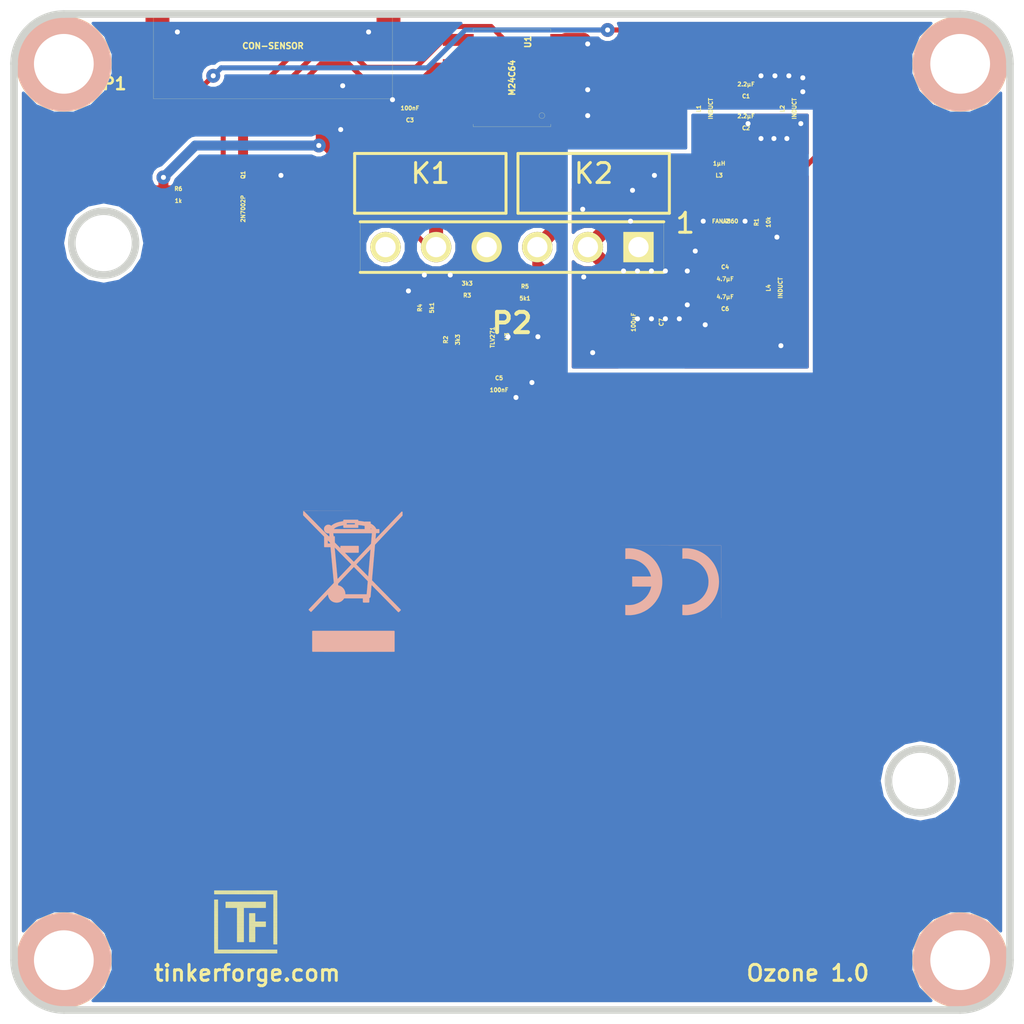
<source format=kicad_pcb>
(kicad_pcb (version 4) (host pcbnew "(2015-03-18 BZR 5525)-product")
  (title_block (title "Dust Detector Bricklet") (date "Mo 13 Apr 2015") (rev 1.0) (company "Tinkerforfge GmbH") (comment 1 "Licensed under CERN OHL v.1.1") (comment 2 "Copyright (©) 2015, B.Nordmeyer <bastian@tinkerforge.com>"))
  (layers (0 F.Cu signal) (31 B.Cu signal) (34 B.Paste user) (35 F.Paste user) (36 B.SilkS user) (37 F.SilkS user) (38 B.Mask user) (39 F.Mask user) (44 Edge.Cuts user))
  (net 0 "")
  (net 1 +5V)
  (net 2 3V3)
  (net 3 EN)
  (net 4 GND)
  (net 5 "Net-(P1-Pad4)")
  (net 6 "Net-(P1-Pad5)")
  (net 7 "Net-(P1-Pad6)")
  (net 8 "Net-(P1-Pad7)")
  (net 9 "Net-(R2-Pad1)")
  (net 10 "Net-(K1-Pad2)")
  (net 11 "Net-(K2-Pad3)")
  (net 12 "Net-(P1-Pad8)")
  (net 13 "Net-(R3-Pad2)")
  (net 14 "Net-(C2-Pad1)")
  (net 15 AGND)
  (net 16 "Net-(C4-Pad1)")
  (net 17 "Net-(K1-Pad3)")
  (net 18 "Net-(L3-Pad2)")
  (module kicad-libraries:DRILL_NP (layer F.Cu) (at 121.4 65.6)
    (fp_text reference U6 hide)
    (fp_text value DRILL hide)
    (pad "" np_thru_hole circle (at 0 0) (size 2.99974 2.99974) (drill 2.99974) (layers *.Cu *.Mask F.SilkS) (clearance 0.89916))
  )
  (module kicad-libraries:0603 (layer F.Cu) (at 155.6 67)
    (fp_text reference C1 (at 0.05 0.225) (layer F.SilkS) (effects (font (size 0.2 0.2) (thickness 0.05))))
    (fp_text value 2.2µF (at 0.05 -0.375) (layer F.SilkS) (effects (font (size 0.2 0.2) (thickness 0.05))))
    (pad 1 smd rect (at -0.8001 0) (size 0.8001 0.8001) (layers F.Cu F.Paste F.Mask) (net 2 3V3))
    (pad 2 smd rect (at 0.8001 0) (size 0.8001 0.8001) (layers F.Cu F.Paste F.Mask) (net 4 GND))
  )
  (module kicad-libraries:0603 (layer F.Cu) (at 155.6 68.6)
    (fp_text reference C2 (at 0.05 0.225) (layer F.SilkS) (effects (font (size 0.2 0.2) (thickness 0.05))))
    (fp_text value 2.2µF (at 0.05 -0.375) (layer F.SilkS) (effects (font (size 0.2 0.2) (thickness 0.05))))
    (pad 1 smd rect (at -0.8001 0) (size 0.8001 0.8001) (layers F.Cu F.Paste F.Mask) (net 14 "Net-(C2-Pad1)"))
    (pad 2 smd rect (at 0.8001 0) (size 0.8001 0.8001) (layers F.Cu F.Paste F.Mask) (net 15 AGND))
  )
  (module kicad-libraries:0805 (layer F.Cu) (at 154.6 77.7)
    (fp_text reference C6 (at 0 0.2) (layer F.SilkS) (effects (font (size 0.2 0.2) (thickness 0.05))))
    (fp_text value 4.7µF (at 0 -0.4) (layer F.SilkS) (effects (font (size 0.2 0.2) (thickness 0.05))))
    (pad 1 smd rect (at -1.00076 0) (size 1.00076 1.24968) (layers F.Cu F.Paste F.Mask) (net 15 AGND) (clearance 0.14986))
    (pad 2 smd rect (at 1.00076 0) (size 1.00076 1.24968) (layers F.Cu F.Paste F.Mask) (net 1 +5V) (clearance 0.14986))
  )
  (module kicad-libraries:3528-21 (layer F.Cu) (at 150.9 78.6 90)
    (fp_text reference C7 (at 0.025 0.5 90) (layer F.SilkS) (effects (font (size 0.2 0.2) (thickness 0.05))))
    (fp_text value 100µF (at 0.025 -0.9 90) (layer F.SilkS) (effects (font (size 0.2 0.2) (thickness 0.05))))
    (pad 1 smd rect (at -1.40048 0 90) (size 1.59954 2.79908) (layers F.Cu F.Paste F.Mask) (net 1 +5V) (clearance 0.14986))
    (pad 2 smd rect (at 1.40048 0 90) (size 1.59954 2.79908) (layers F.Cu F.Paste F.Mask) (net 15 AGND) (clearance 0.14986))
  )
  (module kicad-libraries:9175-003 (layer F.Cu) (at 139.8 71.6 180)
    (fp_text reference K1 (at 0 0.5 180) (layer F.SilkS))
    (fp_text value CONN_3)
    (pad 2 smd rect (at -0.55 -0.725 180) (size 1 1.45) (layers F.Cu F.Paste F.Mask) (net 10 "Net-(K1-Pad2)"))
    (pad 2 smd rect (at 0.55 0.725 180) (size 1 1.45) (layers F.Cu F.Paste F.Mask) (net 10 "Net-(K1-Pad2)"))
    (pad 1 smd rect (at -3.05 -0.725 180) (size 1 1.45) (layers F.Cu F.Paste F.Mask) (net 4 GND))
    (pad 1 smd rect (at -1.95 0.74 180) (size 1 1.45) (layers F.Cu F.Paste F.Mask) (net 4 GND))
    (pad 3 smd rect (at 1.95 -0.725 180) (size 1 1.45) (layers F.Cu F.Paste F.Mask) (net 17 "Net-(K1-Pad3)"))
    (pad 3 smd rect (at 3.05 0.725 180) (size 1 1.45) (layers F.Cu F.Paste F.Mask) (net 17 "Net-(K1-Pad3)"))
  )
  (module kicad-libraries:9175-003 (layer F.Cu) (at 148 71.6 180)
    (fp_text reference K2 (at 0 0.5 180) (layer F.SilkS))
    (fp_text value CONN_3)
    (pad 2 smd rect (at -0.55 -0.725 180) (size 1 1.45) (layers F.Cu F.Paste F.Mask) (net 1 +5V))
    (pad 2 smd rect (at 0.55 0.725 180) (size 1 1.45) (layers F.Cu F.Paste F.Mask) (net 1 +5V))
    (pad 1 smd rect (at -3.05 -0.725 180) (size 1 1.45) (layers F.Cu F.Paste F.Mask) (net 15 AGND))
    (pad 1 smd rect (at -1.95 0.74 180) (size 1 1.45) (layers F.Cu F.Paste F.Mask) (net 15 AGND))
    (pad 3 smd rect (at 1.95 -0.725 180) (size 1 1.45) (layers F.Cu F.Paste F.Mask) (net 11 "Net-(K2-Pad3)"))
    (pad 3 smd rect (at 3.05 0.725 180) (size 1 1.45) (layers F.Cu F.Paste F.Mask) (net 11 "Net-(K2-Pad3)"))
  )
  (module kicad-libraries:0603 (layer F.Cu) (at 157.7 67.8 270)
    (fp_text reference L2 (at 0.05 0.225 270) (layer F.SilkS) (effects (font (size 0.2 0.2) (thickness 0.05))))
    (fp_text value INDUCT (at 0.05 -0.375 270) (layer F.SilkS) (effects (font (size 0.2 0.2) (thickness 0.05))))
    (pad 1 smd rect (at -0.8001 0 270) (size 0.8001 0.8001) (layers F.Cu F.Paste F.Mask) (net 4 GND))
    (pad 2 smd rect (at 0.8001 0 270) (size 0.8001 0.8001) (layers F.Cu F.Paste F.Mask) (net 15 AGND))
  )
  (module kicad-libraries:CON-SENSOR (layer F.Cu) (at 131.9 63.1 180)
    (fp_text reference P1 (at 7.9502 -3.50012 180) (layer F.SilkS) (effects (font (size 0.59944 0.59944) (thickness 0.12446))))
    (fp_text value CON-SENSOR (at 0 -1.6002 180) (layer F.SilkS) (effects (font (size 0.29972 0.29972) (thickness 0.07112))))
    (pad 1 smd rect (at -4.50088 -4.7752 180) (size 0.59944 1.5494) (layers F.Cu F.Paste F.Mask))
    (pad 2 smd rect (at -3.50012 -4.7752 180) (size 0.59944 1.5494) (layers F.Cu F.Paste F.Mask) (net 4 GND))
    (pad 3 smd rect (at -2.49936 -4.7752 180) (size 0.59944 1.5494) (layers F.Cu F.Paste F.Mask) (net 2 3V3))
    (pad 4 smd rect (at -1.50114 -4.7752 180) (size 0.59944 1.5494) (layers F.Cu F.Paste F.Mask) (net 5 "Net-(P1-Pad4)"))
    (pad 5 smd rect (at -0.50038 -4.7752 180) (size 0.59944 1.5494) (layers F.Cu F.Paste F.Mask) (net 6 "Net-(P1-Pad5)"))
    (pad 6 smd rect (at 0.50038 -4.7752 180) (size 0.59944 1.5494) (layers F.Cu F.Paste F.Mask) (net 7 "Net-(P1-Pad6)"))
    (pad 7 smd rect (at 1.50114 -4.7752 180) (size 0.59944 1.5494) (layers F.Cu F.Paste F.Mask) (net 8 "Net-(P1-Pad7)"))
    (pad 8 smd rect (at 2.49936 -4.7752 180) (size 0.59944 1.5494) (layers F.Cu F.Paste F.Mask) (net 12 "Net-(P1-Pad8)"))
    (pad 9 smd rect (at 3.50012 -4.7752 180) (size 0.59944 1.5494) (layers F.Cu F.Paste F.Mask) (net 3 EN))
    (pad 10 smd rect (at 4.50088 -4.7752 180) (size 0.59944 1.5494) (layers F.Cu F.Paste F.Mask))
    (pad EP smd rect (at -5.79882 -0.89916 180) (size 1.19888 1.80086) (layers F.Cu F.Paste F.Mask) (net 4 GND))
    (pad EP smd rect (at 5.79882 -0.89916 180) (size 1.19888 1.80086) (layers F.Cu F.Paste F.Mask) (net 4 GND))
  )
  (module kicad-libraries:pin_array_6x1 (layer F.Cu) (at 143.9 74.8 180)
    (fp_text reference P2 (at 0 -3.81 180) (layer F.SilkS) (effects (font (size 1.016 1.016) (thickness 0.2032))))
    (fp_text value CONN_6 hide)
    (pad 1 thru_hole rect (at -6.35 0 180) (size 1.524 1.524) (drill 1.016) (layers *.Cu *.Mask F.SilkS) (net 15 AGND))
    (pad 2 thru_hole circle (at -3.81 0 180) (size 1.524 1.524) (drill 1.016) (layers *.Cu *.Mask F.SilkS) (net 1 +5V))
    (pad 3 thru_hole circle (at -1.27 0 180) (size 1.524 1.524) (drill 1.016) (layers *.Cu *.Mask F.SilkS) (net 11 "Net-(K2-Pad3)"))
    (pad 4 thru_hole circle (at 1.27 0 180) (size 1.524 1.524) (drill 1.016) (layers *.Cu *.Mask F.SilkS) (net 4 GND))
    (pad 5 thru_hole circle (at 3.81 0 180) (size 1.524 1.524) (drill 1.016) (layers *.Cu *.Mask F.SilkS) (net 10 "Net-(K1-Pad2)"))
    (pad 6 thru_hole circle (at 6.35 0 180) (size 1.524 1.524) (drill 1.016) (layers *.Cu *.Mask F.SilkS))
  )
  (module kicad-libraries:SOT23GDS (layer F.Cu) (at 130.4 72.1 270)
    (fp_text reference Q1 (at -0.925 0 270) (layer F.SilkS) (effects (font (size 0.2 0.2) (thickness 0.05))))
    (fp_text value 2N7002P (at 0.775 0 270) (layer F.SilkS) (effects (font (size 0.2 0.2) (thickness 0.05))))
    (pad S smd rect (at -0.889 -1.016 270) (size 0.9144 0.9144) (layers F.Cu F.Paste F.Mask) (net 4 GND))
    (pad G smd rect (at 0.889 -1.016 270) (size 0.9144 0.9144) (layers F.Cu F.Paste F.Mask) (net 10 "Net-(K1-Pad2)"))
    (pad D smd rect (at 0 1.016 270) (size 0.9144 0.9144) (layers F.Cu F.Paste F.Mask) (net 12 "Net-(P1-Pad8)"))
  )
  (module kicad-libraries:0603 (layer F.Cu) (at 156.4 73.5 270)
    (fp_text reference R1 (at 0.05 0.225 270) (layer F.SilkS) (effects (font (size 0.2 0.2) (thickness 0.05))))
    (fp_text value 10k (at 0.05 -0.375 270) (layer F.SilkS) (effects (font (size 0.2 0.2) (thickness 0.05))))
    (pad 1 smd rect (at -0.8001 0 270) (size 0.8001 0.8001) (layers F.Cu F.Paste F.Mask) (net 3 EN))
    (pad 2 smd rect (at 0.8001 0 270) (size 0.8001 0.8001) (layers F.Cu F.Paste F.Mask) (net 15 AGND))
  )
  (module kicad-libraries:0603 (layer F.Cu) (at 140.8 79.4 270)
    (fp_text reference R2 (at 0.05 0.225 270) (layer F.SilkS) (effects (font (size 0.2 0.2) (thickness 0.05))))
    (fp_text value 3k3 (at 0.05 -0.375 270) (layer F.SilkS) (effects (font (size 0.2 0.2) (thickness 0.05))))
    (pad 1 smd rect (at -0.8001 0 270) (size 0.8001 0.8001) (layers F.Cu F.Paste F.Mask) (net 9 "Net-(R2-Pad1)"))
    (pad 2 smd rect (at 0.8001 0 270) (size 0.8001 0.8001) (layers F.Cu F.Paste F.Mask) (net 8 "Net-(P1-Pad7)"))
  )
  (module kicad-libraries:0603 (layer F.Cu) (at 141.6 77)
    (fp_text reference R3 (at 0.05 0.225) (layer F.SilkS) (effects (font (size 0.2 0.2) (thickness 0.05))))
    (fp_text value 3k3 (at 0.05 -0.375) (layer F.SilkS) (effects (font (size 0.2 0.2) (thickness 0.05))))
    (pad 1 smd rect (at -0.8001 0) (size 0.8001 0.8001) (layers F.Cu F.Paste F.Mask) (net 4 GND))
    (pad 2 smd rect (at 0.8001 0) (size 0.8001 0.8001) (layers F.Cu F.Paste F.Mask) (net 13 "Net-(R3-Pad2)"))
  )
  (module kicad-libraries:0603 (layer F.Cu) (at 139.5 77.8 270)
    (fp_text reference R4 (at 0.05 0.225 270) (layer F.SilkS) (effects (font (size 0.2 0.2) (thickness 0.05))))
    (fp_text value 5k1 (at 0.05 -0.375 270) (layer F.SilkS) (effects (font (size 0.2 0.2) (thickness 0.05))))
    (pad 1 smd rect (at -0.8001 0 270) (size 0.8001 0.8001) (layers F.Cu F.Paste F.Mask) (net 4 GND))
    (pad 2 smd rect (at 0.8001 0 270) (size 0.8001 0.8001) (layers F.Cu F.Paste F.Mask) (net 9 "Net-(R2-Pad1)"))
  )
  (module kicad-libraries:0603 (layer F.Cu) (at 144.6 77 180)
    (fp_text reference R5 (at 0.05 0.225 180) (layer F.SilkS) (effects (font (size 0.2 0.2) (thickness 0.05))))
    (fp_text value 5k1 (at 0.05 -0.375 180) (layer F.SilkS) (effects (font (size 0.2 0.2) (thickness 0.05))))
    (pad 1 smd rect (at -0.8001 0 180) (size 0.8001 0.8001) (layers F.Cu F.Paste F.Mask) (net 11 "Net-(K2-Pad3)"))
    (pad 2 smd rect (at 0.8001 0 180) (size 0.8001 0.8001) (layers F.Cu F.Paste F.Mask) (net 13 "Net-(R3-Pad2)"))
  )
  (module kicad-libraries:SOIC8 (layer F.Cu) (at 143.9 66.3 90)
    (fp_text reference U1 (at 1.8 0.8 90) (layer F.SilkS) (effects (font (size 0.29972 0.29972) (thickness 0.0762))))
    (fp_text value M24C64 (at 0 0 90) (layer F.SilkS) (effects (font (size 0.29972 0.29972) (thickness 0.0762))))
    (pad 1 smd rect (at -1.90246 2.69748 270) (size 0.59944 1.5494) (layers F.Cu F.Paste F.Mask) (net 4 GND))
    (pad 2 smd rect (at -0.63246 2.69748 270) (size 0.59944 1.5494) (layers F.Cu F.Paste F.Mask) (net 4 GND))
    (pad 3 smd rect (at 0.63246 2.69748 270) (size 0.59944 1.5494) (layers F.Cu F.Paste F.Mask) (net 7 "Net-(P1-Pad6)"))
    (pad 4 smd rect (at 1.90246 2.69748 270) (size 0.59944 1.5494) (layers F.Cu F.Paste F.Mask) (net 4 GND))
    (pad 5 smd rect (at 1.90246 -2.69748 90) (size 0.59944 1.5494) (layers F.Cu F.Paste F.Mask) (net 6 "Net-(P1-Pad5)"))
    (pad 6 smd rect (at 0.63246 -2.69748 90) (size 0.59944 1.5494) (layers F.Cu F.Paste F.Mask) (net 5 "Net-(P1-Pad4)"))
    (pad 7 smd rect (at -0.63246 -2.69748 90) (size 0.59944 1.5494) (layers F.Cu F.Paste F.Mask))
    (pad 8 smd rect (at -1.90246 -2.69748 90) (size 0.59944 1.5494) (layers F.Cu F.Paste F.Mask) (net 2 3V3))
  )
  (module kicad-libraries:UMLP_22 (layer F.Cu) (at 154.6 73.5 180)
    (fp_text reference U2 (at 0 0 180) (layer F.SilkS) (effects (font (size 0.2 0.2) (thickness 0.05))))
    (fp_text value FAN4860 (at 0 0 180) (layer F.SilkS) (effects (font (size 0.2 0.2) (thickness 0.05))))
    (pad 3 smd rect (at -0.65 -1.05 180) (size 0.25 0.8) (layers F.Cu F.Paste F.Mask) (net 16 "Net-(C4-Pad1)"))
    (pad 2 smd rect (at 0 -1.05 180) (size 0.25 0.8) (layers F.Cu F.Paste F.Mask) (net 16 "Net-(C4-Pad1)"))
    (pad 1 smd rect (at 0.65 -1.05 180) (size 0.25 0.8) (layers F.Cu F.Paste F.Mask) (net 15 AGND))
    (pad 4 smd rect (at -0.65 1.05 180) (size 0.25 0.8) (layers F.Cu F.Paste F.Mask) (net 3 EN))
    (pad 5 smd rect (at 0 1.05 180) (size 0.25 0.8) (layers F.Cu F.Paste F.Mask) (net 18 "Net-(L3-Pad2)"))
    (pad 6 smd rect (at 0.65 1.05 180) (size 0.25 0.8) (layers F.Cu F.Paste F.Mask) (net 14 "Net-(C2-Pad1)"))
    (pad EP smd rect (at 0 0 180) (size 1.45 0.8) (layers F.Cu F.Paste F.Mask) (net 15 AGND))
  )
  (module kicad-libraries:SOT23-5 (layer F.Cu) (at 143.3 79.3 90)
    (fp_text reference U3 (at 0 0.35052 90) (layer F.SilkS) (effects (font (size 0.2 0.2) (thickness 0.05))))
    (fp_text value TLV271 (at -0.03 -0.38 90) (layer F.SilkS) (effects (font (size 0.2 0.2) (thickness 0.05))))
    (pad 1 smd rect (at -0.94996 1.19888 90) (size 0.50038 0.8001) (layers F.Cu F.Paste F.Mask) (net 8 "Net-(P1-Pad7)") (clearance 0.14986))
    (pad 2 smd rect (at 0 1.19888 90) (size 0.50038 0.8001) (layers F.Cu F.Paste F.Mask) (net 4 GND) (clearance 0.14986))
    (pad 3 smd rect (at 0.94996 1.19888 90) (size 0.50038 0.8001) (layers F.Cu F.Paste F.Mask) (net 13 "Net-(R3-Pad2)") (clearance 0.14986))
    (pad 5 smd rect (at -0.94996 -1.19888 90) (size 0.50038 0.8001) (layers F.Cu F.Paste F.Mask) (net 2 3V3) (clearance 0.14986))
    (pad 4 smd rect (at 0.94996 -1.19888 90) (size 0.50038 0.8001) (layers F.Cu F.Paste F.Mask) (net 9 "Net-(R2-Pad1)") (clearance 0.14986))
  )
  (module kicad-libraries:DRILL_NP (layer F.Cu) (at 121.4 110.6)
    (fp_text reference U4 hide)
    (fp_text value DRILL hide)
    (pad "" np_thru_hole circle (at 0 0) (size 2.99974 2.99974) (drill 2.99974) (layers *.Cu *.Mask F.SilkS) (clearance 0.89916))
  )
  (module kicad-libraries:DRILL_NP (layer F.Cu) (at 166.4 65.6)
    (fp_text reference U5 hide)
    (fp_text value DRILL hide)
    (pad "" np_thru_hole circle (at 0 0) (size 2.99974 2.99974) (drill 2.99974) (layers *.Cu *.Mask F.SilkS) (clearance 0.89916))
  )
  (module kicad-libraries:DRILL_NP (layer F.Cu) (at 166.4 110.6)
    (fp_text reference U7 hide)
    (fp_text value DRILL hide)
    (pad "" np_thru_hole circle (at 0 0) (size 2.99974 2.99974) (drill 2.99974) (layers *.Cu *.Mask F.SilkS) (clearance 0.89916))
  )
  (module kicad-libraries:Logo_31x31 (layer F.Cu) (at 128.95 107.1)
    (fp_text reference G*** hide)
    (fp_text value Logo_31x31 hide)
  )
  (module kicad-libraries:WEEE_7mm_back (layer B.Cu) (at 135.9 91.6)
    (fp_text reference VAL hide)
    (fp_text value WEEE_7mm_back hide)
  )
  (module kicad-libraries:CE_5mm (layer B.Cu) (at 151.9 91.6 180)
    (fp_text reference VAL hide)
    (fp_text value CE_5mm hide)
  )
  (module kicad-libraries:Fiducial_Mark (layer F.Cu) (at 125.4 80.6)
    (fp_text reference Fiducial_Mark hide)
    (fp_text value VAL** hide)
    (pad 1 smd circle (at 0 0) (size 1.00076 1.00076) (layers F.Cu F.Mask) (clearance 0.65024))
  )
  (module kicad-libraries:Fiducial_Mark (layer F.Cu) (at 161.4 65.6)
    (fp_text reference Fiducial_Mark hide)
    (fp_text value VAL** hide)
    (pad 1 smd circle (at 0 0) (size 1.00076 1.00076) (layers F.Cu F.Mask) (clearance 0.65024))
  )
  (module kicad-libraries:0603 (layer F.Cu) (at 138.725 68.2)
    (fp_text reference C3 (at 0.05 0.225) (layer F.SilkS) (effects (font (size 0.2 0.2) (thickness 0.05))))
    (fp_text value 100nF (at 0.05 -0.375) (layer F.SilkS) (effects (font (size 0.2 0.2) (thickness 0.05))))
    (pad 1 smd rect (at -0.8001 0) (size 0.8001 0.8001) (layers F.Cu F.Paste F.Mask) (net 4 GND) (clearance 0.14986))
    (pad 2 smd rect (at 0.8001 0) (size 0.8001 0.8001) (layers F.Cu F.Paste F.Mask) (net 2 3V3) (clearance 0.14986))
  )
  (module kicad-libraries:0805 (layer F.Cu) (at 154.6 76 180)
    (fp_text reference C4 (at 0 0.2 180) (layer F.SilkS) (effects (font (size 0.2 0.2) (thickness 0.05))))
    (fp_text value 4.7µF (at 0 -0.4 180) (layer F.SilkS) (effects (font (size 0.2 0.2) (thickness 0.05))))
    (pad 1 smd rect (at -1.00076 0 180) (size 1.00076 1.24968) (layers F.Cu F.Paste F.Mask) (net 16 "Net-(C4-Pad1)"))
    (pad 2 smd rect (at 1.00076 0 180) (size 1.00076 1.24968) (layers F.Cu F.Paste F.Mask) (net 15 AGND))
  )
  (module kicad-libraries:0603 (layer F.Cu) (at 143.3 81.6 180)
    (fp_text reference C5 (at 0.05 0.225 180) (layer F.SilkS) (effects (font (size 0.2 0.2) (thickness 0.05))))
    (fp_text value 100nF (at 0.05 -0.375 180) (layer F.SilkS) (effects (font (size 0.2 0.2) (thickness 0.05))))
    (pad 1 smd rect (at -0.8001 0 180) (size 0.8001 0.8001) (layers F.Cu F.Paste F.Mask) (net 4 GND) (clearance 0.14986))
    (pad 2 smd rect (at 0.8001 0 180) (size 0.8001 0.8001) (layers F.Cu F.Paste F.Mask) (net 2 3V3) (clearance 0.14986))
  )
  (module kicad-libraries:0603 (layer F.Cu) (at 153.5 67.8 270)
    (fp_text reference L1 (at 0.05 0.225 270) (layer F.SilkS) (effects (font (size 0.2 0.2) (thickness 0.05))))
    (fp_text value INDUCT (at 0.05 -0.375 270) (layer F.SilkS) (effects (font (size 0.2 0.2) (thickness 0.05))))
    (pad 1 smd rect (at -0.8001 0 270) (size 0.8001 0.8001) (layers F.Cu F.Paste F.Mask) (net 2 3V3) (clearance 0.14986))
    (pad 2 smd rect (at 0.8001 0 270) (size 0.8001 0.8001) (layers F.Cu F.Paste F.Mask) (net 14 "Net-(C2-Pad1)") (clearance 0.14986))
  )
  (module kicad-libraries:0805 (layer F.Cu) (at 154.3 71)
    (fp_text reference L3 (at 0 0.2) (layer F.SilkS) (effects (font (size 0.2 0.2) (thickness 0.05))))
    (fp_text value 1µH (at 0 -0.4) (layer F.SilkS) (effects (font (size 0.2 0.2) (thickness 0.05))))
    (pad 1 smd rect (at -1.00076 0) (size 1.00076 1.24968) (layers F.Cu F.Paste F.Mask) (net 14 "Net-(C2-Pad1)") (clearance 0.14986))
    (pad 2 smd rect (at 1.00076 0) (size 1.00076 1.24968) (layers F.Cu F.Paste F.Mask) (net 18 "Net-(L3-Pad2)") (clearance 0.14986))
  )
  (module kicad-libraries:0603 (layer F.Cu) (at 157 76.8 270)
    (fp_text reference L4 (at 0.05 0.225 270) (layer F.SilkS) (effects (font (size 0.2 0.2) (thickness 0.05))))
    (fp_text value INDUCT (at 0.05 -0.375 270) (layer F.SilkS) (effects (font (size 0.2 0.2) (thickness 0.05))))
    (pad 1 smd rect (at -0.8001 0 270) (size 0.8001 0.8001) (layers F.Cu F.Paste F.Mask) (net 16 "Net-(C4-Pad1)"))
    (pad 2 smd rect (at 0.8001 0 270) (size 0.8001 0.8001) (layers F.Cu F.Paste F.Mask) (net 1 +5V))
  )
  (module kicad-libraries:0603 (layer F.Cu) (at 127.2 72.1 180)
    (fp_text reference R6 (at 0.05 0.225 180) (layer F.SilkS) (effects (font (size 0.2 0.2) (thickness 0.05))))
    (fp_text value 1k (at 0.05 -0.375 180) (layer F.SilkS) (effects (font (size 0.2 0.2) (thickness 0.05))))
    (pad 1 smd rect (at -0.8001 0 180) (size 0.8001 0.8001) (layers F.Cu F.Paste F.Mask) (net 12 "Net-(P1-Pad8)") (clearance 0.14986))
    (pad 2 smd rect (at 0.8001 0 180) (size 0.8001 0.8001) (layers F.Cu F.Paste F.Mask) (net 2 3V3) (clearance 0.14986))
  )
  (gr_circle (center 164.4 101.6) (end 166 101.6) (layer Edge.Cuts) (width 0.381))
  (gr_circle (center 123.4 74.6) (end 125 74.6) (layer Edge.Cuts) (width 0.381))
  (gr_text 1 (at 152.6 73.6) (layer F.SilkS) (effects (font (size 1 1))))
  (gr_line (start 166.4 113.1) (end 121.4 113.1) (angle 90) (layer Edge.Cuts) (width 0.381))
  (gr_line (start 168.9 65.6) (end 168.9 110.6) (angle 90) (layer Edge.Cuts) (width 0.381))
  (gr_line (start 118.9 110.6) (end 118.9 65.6) (angle 90) (layer Edge.Cuts) (width 0.381))
  (gr_line (start 118.9 65.55) (end 118.9 65.6) (angle 90) (layer Edge.Cuts) (width 0.381))
  (gr_line (start 166.4 63.1) (end 121.4 63.1) (angle 90) (layer Edge.Cuts) (width 0.381))
  (gr_arc (start 121.4 110.6) (end 121.4 113.1) (angle 90) (layer Edge.Cuts) (width 0.381))
  (gr_arc (start 121.4 65.6) (end 118.9 65.6) (angle 90) (layer Edge.Cuts) (width 0.381))
  (gr_arc (start 166.4 65.6) (end 166.4 63.1) (angle 90) (layer Edge.Cuts) (width 0.381))
  (gr_arc (start 166.4 110.6) (end 168.9 110.6) (angle 90) (layer Edge.Cuts) (width 0.381))
  (gr_text "Ozone 1.0" (at 158.75 111.25) (layer F.SilkS) (effects (font (size 0.8 0.8))))
  (gr_text tinkerforge.com (at 130.6 111.25) (layer F.SilkS) (effects (font (size 0.8 0.8))))
  (segment (start 147.45 71.225) (end 148.55 72.325) (width 0.7) (layer F.Cu) (net 1))
  (segment (start 147.45 70.875) (end 147.45 71.225) (width 0.254) (layer F.Cu) (net 1))
  (segment (start 148.55 73.96) (end 147.71 74.8) (width 0.7) (layer F.Cu) (net 1))
  (segment (start 148.55 72.325) (end 148.55 73.96) (width 0.7) (layer F.Cu) (net 1))
  (segment (start 154.19952 80.00048) (end 155.55076 78.64924) (width 0.7) (layer F.Cu) (net 1))
  (segment (start 155.55076 78.64924) (end 155.55076 77.65) (width 0.7) (layer F.Cu) (net 1))
  (segment (start 150.9 80.00048) (end 154.19952 80.00048) (width 0.7) (layer F.Cu) (net 1))
  (segment (start 155.65066 77.5501) (end 155.55076 77.65) (width 0.7) (layer F.Cu) (net 1))
  (segment (start 156.85 77.5501) (end 155.65066 77.5501) (width 0.7) (layer F.Cu) (net 1))
  (segment (start 148.5 78) (end 148.5 75.59) (width 0.7) (layer F.Cu) (net 1))
  (segment (start 148.5 75.59) (end 147.71 74.8) (width 0.7) (layer F.Cu) (net 1))
  (segment (start 150.50048 80.00048) (end 148.5 78) (width 0.7) (layer F.Cu) (net 1))
  (segment (start 150.9 80.00048) (end 150.50048 80.00048) (width 0.7) (layer F.Cu) (net 1))
  (segment (start 153.4501 66.95) (end 153.45 66.9499) (width 0.7) (layer F.Cu) (net 2))
  (segment (start 154.7499 66.95) (end 153.4501 66.95) (width 0.7) (layer F.Cu) (net 2))
  (segment (start 139.52756 68.20246) (end 139.5251 68.2) (width 0.7) (layer F.Cu) (net 2))
  (segment (start 141.20252 68.20246) (end 139.52756 68.20246) (width 0.7) (layer F.Cu) (net 2))
  (segment (start 134.9 69.9) (end 134.39936 69.39936) (width 0.7) (layer F.Cu) (net 2))
  (segment (start 135.6 69.9) (end 134.9 69.9) (width 0.7) (layer F.Cu) (net 2))
  (segment (start 136 69.5) (end 135.6 69.9) (width 0.7) (layer F.Cu) (net 2))
  (segment (start 138.9 69.5) (end 136 69.5) (width 0.7) (layer F.Cu) (net 2))
  (segment (start 134.39936 69.39936) (end 134.39936 67.8752) (width 0.7) (layer F.Cu) (net 2))
  (segment (start 147.8 69.5) (end 138.9 69.5) (width 0.7) (layer F.Cu) (net 2))
  (segment (start 150.3001 66.9999) (end 147.8 69.5) (width 0.7) (layer F.Cu) (net 2))
  (segment (start 153.5 66.9999) (end 150.3001 66.9999) (width 0.7) (layer F.Cu) (net 2))
  (segment (start 139.5251 68.8749) (end 138.9 69.5) (width 0.7) (layer F.Cu) (net 2))
  (segment (start 139.5251 68.2) (end 139.5251 68.8749) (width 0.7) (layer F.Cu) (net 2))
  (segment (start 126.4 72.0999) (end 126.3999 72.1) (width 0.254) (layer F.Cu) (net 2))
  (segment (start 134.39936 69.50064) (end 134.2 69.7) (width 0.254) (layer F.Cu) (net 2))
  (via (at 134.2 69.7) (size 0.7) (layers F.Cu B.Cu) (net 2))
  (segment (start 134.2 69.7) (end 128 69.7) (width 0.5) (layer B.Cu) (net 2))
  (segment (start 128 69.7) (end 126.4 71.3) (width 0.5) (layer B.Cu) (net 2))
  (via (at 126.4 71.3) (size 0.7) (layers F.Cu B.Cu) (net 2))
  (segment (start 126.4 71.3) (end 126.4 72.0999) (width 0.5) (layer F.Cu) (net 2))
  (segment (start 134.39936 69.39936) (end 134.39936 69.50064) (width 0.254) (layer F.Cu) (net 2))
  (segment (start 126.3999 77.6999) (end 126.3999 72.1) (width 0.5) (layer F.Cu) (net 2))
  (segment (start 141.1 83.25) (end 131.95 83.25) (width 0.5) (layer F.Cu) (net 2))
  (segment (start 131.95 83.25) (end 126.3999 77.6999) (width 0.5) (layer F.Cu) (net 2))
  (segment (start 142.4999 81.8501) (end 141.1 83.25) (width 0.5) (layer F.Cu) (net 2))
  (segment (start 142.4999 81.6) (end 142.4999 81.8501) (width 0.5) (layer F.Cu) (net 2))
  (segment (start 142.4999 80.64874) (end 142.10112 80.24996) (width 0.5) (layer F.Cu) (net 2))
  (segment (start 142.4999 81.6) (end 142.4999 80.64874) (width 0.5) (layer F.Cu) (net 2))
  (segment (start 156.1501 72.45) (end 156.4 72.6999) (width 0.254) (layer F.Cu) (net 3))
  (segment (start 155.25 72.45) (end 156.1501 72.45) (width 0.254) (layer F.Cu) (net 3))
  (segment (start 156.4 72.6999) (end 156.7001 72.6999) (width 0.254) (layer F.Cu) (net 3))
  (via (at 148.7 63.9) (size 0.7) (layers F.Cu B.Cu) (net 3))
  (segment (start 159.6 69.8) (end 156.7001 72.6999) (width 0.254) (layer F.Cu) (net 3))
  (segment (start 157.7 63.9) (end 148.7 63.9) (width 0.254) (layer F.Cu) (net 3))
  (segment (start 159.6 65.8) (end 157.7 63.9) (width 0.254) (layer F.Cu) (net 3))
  (segment (start 159.6 69.8) (end 159.6 65.8) (width 0.254) (layer F.Cu) (net 3))
  (segment (start 141.55 63.9) (end 139.65 65.8) (width 0.254) (layer B.Cu) (net 3))
  (segment (start 139.65 65.8) (end 129.3 65.8) (width 0.254) (layer B.Cu) (net 3))
  (segment (start 129.3 65.8) (end 128.9 66.2) (width 0.254) (layer B.Cu) (net 3))
  (via (at 128.9 66.2) (size 0.7) (layers F.Cu B.Cu) (net 3))
  (segment (start 128.9 66.2) (end 128.39988 66.70012) (width 0.254) (layer F.Cu) (net 3))
  (segment (start 128.39988 66.70012) (end 128.39988 67.8752) (width 0.254) (layer F.Cu) (net 3))
  (segment (start 148.7 63.9) (end 141.55 63.9) (width 0.254) (layer B.Cu) (net 3))
  (segment (start 138.7001 76.9999) (end 138.7 77) (width 0.7) (layer F.Cu) (net 4))
  (via (at 138.7 77) (size 0.7) (layers F.Cu B.Cu) (net 4))
  (segment (start 139.5 76.9999) (end 138.7001 76.9999) (width 0.7) (layer F.Cu) (net 4))
  (segment (start 140.7999 76.2001) (end 140.8 76.2) (width 0.7) (layer F.Cu) (net 4))
  (via (at 140.8 76.2) (size 0.7) (layers F.Cu B.Cu) (net 4))
  (segment (start 140.7999 77) (end 140.7999 76.2001) (width 0.7) (layer F.Cu) (net 4))
  (via (at 143.7 79.3) (size 0.7) (layers F.Cu B.Cu) (net 4))
  (segment (start 144.49888 79.3) (end 143.7 79.3) (width 0.7) (layer F.Cu) (net 4))
  (via (at 145.2 79.3) (size 0.7) (layers F.Cu B.Cu) (net 4))
  (segment (start 144.49888 79.3) (end 145.2 79.3) (width 0.7) (layer F.Cu) (net 4))
  (via (at 144.9 81.6) (size 0.7) (layers F.Cu B.Cu) (net 4))
  (segment (start 144.1001 81.6) (end 144.9 81.6) (width 0.7) (layer F.Cu) (net 4))
  (segment (start 141.75 71.225) (end 142.85 72.325) (width 0.7) (layer F.Cu) (net 4))
  (segment (start 141.75 70.86) (end 141.75 71.225) (width 0.254) (layer F.Cu) (net 4))
  (segment (start 142.63 72.545) (end 142.85 72.325) (width 0.254) (layer F.Cu) (net 4))
  (segment (start 142.63 74.8) (end 142.63 72.545) (width 0.7) (layer F.Cu) (net 4))
  (segment (start 157.6499 66.95) (end 157.65 66.9499) (width 0.7) (layer F.Cu) (net 4))
  (segment (start 157.1 66.95) (end 157.6499 66.95) (width 0.7) (layer F.Cu) (net 4))
  (segment (start 156.3501 66.95) (end 157.1 66.95) (width 0.7) (layer F.Cu) (net 4))
  (segment (start 156.4001 66.2001) (end 156.4 66.2) (width 0.7) (layer F.Cu) (net 4))
  (via (at 156.4 66.2) (size 0.7) (layers F.Cu B.Cu) (net 4))
  (segment (start 156.4001 67) (end 156.4001 66.2001) (width 0.7) (layer F.Cu) (net 4))
  (via (at 157.1 66.2) (size 0.7) (layers F.Cu B.Cu) (net 4))
  (segment (start 157.1 66.95) (end 157.1 66.2) (width 0.7) (layer F.Cu) (net 4))
  (segment (start 157.7 66.3) (end 157.8 66.2) (width 0.7) (layer F.Cu) (net 4))
  (via (at 157.8 66.2) (size 0.7) (layers F.Cu B.Cu) (net 4))
  (segment (start 157.7 66.9999) (end 157.7 66.3) (width 0.7) (layer F.Cu) (net 4))
  (segment (start 158.4999 66.9999) (end 158.5 67) (width 0.7) (layer F.Cu) (net 4))
  (via (at 158.5 67) (size 0.7) (layers F.Cu B.Cu) (net 4))
  (segment (start 157.7 66.9999) (end 158.4999 66.9999) (width 0.7) (layer F.Cu) (net 4))
  (via (at 158.5 66.3) (size 0.7) (layers F.Cu B.Cu) (net 4))
  (segment (start 157.8001 66.9999) (end 158.5 66.3) (width 0.7) (layer F.Cu) (net 4))
  (segment (start 157.7 66.9999) (end 157.8001 66.9999) (width 0.7) (layer F.Cu) (net 4))
  (segment (start 132.289 71.211) (end 132.3 71.2) (width 0.7) (layer F.Cu) (net 4))
  (via (at 132.3 71.2) (size 0.7) (layers F.Cu B.Cu) (net 4))
  (segment (start 131.416 71.211) (end 132.289 71.211) (width 0.7) (layer F.Cu) (net 4))
  (segment (start 137.9249 67.4249) (end 137.9 67.4) (width 0.7) (layer F.Cu) (net 4))
  (via (at 137.9 67.4) (size 0.7) (layers F.Cu B.Cu) (net 4))
  (segment (start 137.9249 68.2) (end 137.9249 67.4249) (width 0.7) (layer F.Cu) (net 4))
  (segment (start 127.09916 63.99916) (end 127.1 64) (width 0.254) (layer F.Cu) (net 4))
  (via (at 127.1 64) (size 0.7) (layers F.Cu B.Cu) (net 4))
  (segment (start 126.10118 63.99916) (end 127.09916 63.99916) (width 0.254) (layer F.Cu) (net 4))
  (segment (start 135.40012 66.70012) (end 135.4 66.7) (width 0.7) (layer F.Cu) (net 4))
  (via (at 135.4 66.7) (size 0.7) (layers F.Cu B.Cu) (net 4))
  (segment (start 135.40012 67.8752) (end 135.40012 66.70012) (width 0.7) (layer F.Cu) (net 4))
  (segment (start 135.40012 68.79988) (end 135.3 68.9) (width 0.7) (layer F.Cu) (net 4))
  (via (at 135.3 68.9) (size 0.7) (layers F.Cu B.Cu) (net 4))
  (segment (start 135.40012 67.8752) (end 135.40012 68.79988) (width 0.7) (layer F.Cu) (net 4))
  (segment (start 147.69754 68.20246) (end 147.7 68.2) (width 0.7) (layer F.Cu) (net 4))
  (via (at 147.7 68.2) (size 0.7) (layers F.Cu B.Cu) (net 4))
  (segment (start 146.59748 68.20246) (end 147.69754 68.20246) (width 0.7) (layer F.Cu) (net 4))
  (segment (start 147.66754 66.93246) (end 147.7 66.9) (width 0.7) (layer F.Cu) (net 4))
  (via (at 147.7 66.9) (size 0.7) (layers F.Cu B.Cu) (net 4))
  (segment (start 146.59748 66.93246) (end 147.66754 66.93246) (width 0.7) (layer F.Cu) (net 4))
  (segment (start 147.49754 64.39754) (end 147.7 64.6) (width 0.7) (layer F.Cu) (net 4))
  (via (at 147.7 64.6) (size 0.7) (layers F.Cu B.Cu) (net 4))
  (segment (start 146.59748 64.39754) (end 147.49754 64.39754) (width 0.7) (layer F.Cu) (net 4))
  (via (at 139.5 76.2) (size 0.7) (layers F.Cu B.Cu) (net 4))
  (segment (start 139.5 76.9999) (end 139.5 76.2) (width 0.5) (layer F.Cu) (net 4))
  (segment (start 144.1001 82.3499) (end 144.1 82.35) (width 0.5) (layer F.Cu) (net 4))
  (via (at 144.1 82.35) (size 0.7) (layers F.Cu B.Cu) (net 4))
  (segment (start 144.1001 81.6) (end 144.1001 82.3499) (width 0.5) (layer F.Cu) (net 4))
  (segment (start 136.70084 63.99916) (end 136.7 64) (width 0.254) (layer F.Cu) (net 4))
  (via (at 136.7 64) (size 0.7) (layers F.Cu B.Cu) (net 4))
  (segment (start 137.69882 63.99916) (end 136.70084 63.99916) (width 0.254) (layer F.Cu) (net 4))
  (segment (start 140.08246 65.66754) (end 139.475 66.275) (width 0.254) (layer F.Cu) (net 5))
  (segment (start 141.20252 65.66754) (end 140.08246 65.66754) (width 0.254) (layer F.Cu) (net 5))
  (segment (start 136.375 66.275) (end 135.7 65.6) (width 0.254) (layer F.Cu) (net 5))
  (segment (start 135.7 65.6) (end 134.3 65.6) (width 0.254) (layer F.Cu) (net 5))
  (segment (start 134.3 65.6) (end 133.40114 66.49886) (width 0.254) (layer F.Cu) (net 5))
  (segment (start 133.40114 66.49886) (end 133.40114 67.8752) (width 0.254) (layer F.Cu) (net 5))
  (segment (start 139.475 66.275) (end 136.375 66.275) (width 0.254) (layer F.Cu) (net 5))
  (segment (start 140.45246 64.39754) (end 139.075 65.775) (width 0.254) (layer F.Cu) (net 6))
  (segment (start 132.40038 66.72462) (end 132.40038 67.8752) (width 0.254) (layer F.Cu) (net 6))
  (segment (start 141.20252 64.39754) (end 140.45246 64.39754) (width 0.254) (layer F.Cu) (net 6))
  (segment (start 136.575 65.775) (end 135.9 65.1) (width 0.254) (layer F.Cu) (net 6))
  (segment (start 135.9 65.1) (end 134.025 65.1) (width 0.254) (layer F.Cu) (net 6))
  (segment (start 134.025 65.1) (end 132.40038 66.72462) (width 0.254) (layer F.Cu) (net 6))
  (segment (start 139.075 65.775) (end 136.575 65.775) (width 0.254) (layer F.Cu) (net 6))
  (segment (start 138.525 65.25) (end 140.05 63.725) (width 0.254) (layer F.Cu) (net 7))
  (segment (start 140.05 63.725) (end 142.85 63.725) (width 0.254) (layer F.Cu) (net 7))
  (segment (start 142.85 63.725) (end 144.79254 65.66754) (width 0.254) (layer F.Cu) (net 7))
  (segment (start 144.79254 65.66754) (end 146.59748 65.66754) (width 0.254) (layer F.Cu) (net 7))
  (segment (start 131.39962 67.8752) (end 131.39962 66.60038) (width 0.254) (layer F.Cu) (net 7))
  (segment (start 136.85 65.25) (end 136.2 64.6) (width 0.254) (layer F.Cu) (net 7))
  (segment (start 136.2 64.6) (end 133.4 64.6) (width 0.254) (layer F.Cu) (net 7))
  (segment (start 133.4 64.6) (end 131.39962 66.60038) (width 0.254) (layer F.Cu) (net 7))
  (segment (start 138.525 65.25) (end 136.85 65.25) (width 0.254) (layer F.Cu) (net 7))
  (segment (start 143.44996 80.24996) (end 142.6 79.4) (width 0.5) (layer F.Cu) (net 8))
  (segment (start 142.6 79.4) (end 141.6001 79.4) (width 0.5) (layer F.Cu) (net 8))
  (segment (start 141.6001 79.4) (end 140.8 80.2001) (width 0.5) (layer F.Cu) (net 8))
  (segment (start 144.49888 80.24996) (end 143.44996 80.24996) (width 0.5) (layer F.Cu) (net 8))
  (segment (start 130.39886 74.09886) (end 130.39886 67.8752) (width 0.5) (layer F.Cu) (net 8))
  (segment (start 139.1001 80.2001) (end 134.95 76.05) (width 0.5) (layer F.Cu) (net 8))
  (segment (start 134.95 76.05) (end 132.35 76.05) (width 0.5) (layer F.Cu) (net 8))
  (segment (start 132.35 76.05) (end 130.39886 74.09886) (width 0.5) (layer F.Cu) (net 8))
  (segment (start 140.8 80.2001) (end 139.1001 80.2001) (width 0.5) (layer F.Cu) (net 8))
  (segment (start 140.7998 78.6001) (end 140.8 78.5999) (width 0.5) (layer F.Cu) (net 9))
  (segment (start 139.5 78.6001) (end 140.7998 78.6001) (width 0.5) (layer F.Cu) (net 9))
  (segment (start 141.2001 78.5999) (end 141.44996 78.35004) (width 0.5) (layer F.Cu) (net 9))
  (segment (start 141.44996 78.35004) (end 142.10112 78.35004) (width 0.5) (layer F.Cu) (net 9))
  (segment (start 140.8 78.5999) (end 141.2001 78.5999) (width 0.5) (layer F.Cu) (net 9))
  (segment (start 132.027 73.6) (end 131.416 72.989) (width 0.254) (layer F.Cu) (net 10))
  (segment (start 138.5 73.6) (end 132.027 73.6) (width 0.254) (layer F.Cu) (net 10))
  (segment (start 139.7 74.8) (end 138.5 73.6) (width 0.254) (layer F.Cu) (net 10))
  (segment (start 140.09 74.8) (end 139.7 74.8) (width 0.254) (layer F.Cu) (net 10))
  (segment (start 140.09 72.585) (end 140.35 72.325) (width 0.254) (layer F.Cu) (net 10))
  (segment (start 140.09 74.8) (end 140.09 72.585) (width 0.7) (layer F.Cu) (net 10))
  (segment (start 139.25 71.225) (end 140.35 72.325) (width 0.7) (layer F.Cu) (net 10))
  (segment (start 139.25 70.875) (end 139.25 71.225) (width 0.254) (layer F.Cu) (net 10))
  (segment (start 145.4001 75.9001) (end 145.4001 77) (width 0.5) (layer F.Cu) (net 11))
  (segment (start 145.17 75.67) (end 145.4001 75.9001) (width 0.5) (layer F.Cu) (net 11))
  (segment (start 145.17 74.8) (end 145.17 75.67) (width 0.5) (layer F.Cu) (net 11))
  (segment (start 144.95 71.225) (end 146.05 72.325) (width 0.7) (layer F.Cu) (net 11))
  (segment (start 144.95 70.875) (end 144.95 71.225) (width 0.254) (layer F.Cu) (net 11))
  (segment (start 146.05 73.92) (end 145.17 74.8) (width 0.7) (layer F.Cu) (net 11))
  (segment (start 146.05 72.325) (end 146.05 73.92) (width 0.7) (layer F.Cu) (net 11))
  (segment (start 129.40064 72.08336) (end 129.384 72.1) (width 0.254) (layer F.Cu) (net 12))
  (segment (start 129.40064 67.8752) (end 129.40064 72.08336) (width 0.254) (layer F.Cu) (net 12))
  (segment (start 129.384 72.1) (end 128.0001 72.1) (width 0.254) (layer F.Cu) (net 12))
  (segment (start 143.7999 77.6999) (end 143.7999 77) (width 0.5) (layer F.Cu) (net 13))
  (segment (start 144.45004 78.35004) (end 143.7999 77.6999) (width 0.5) (layer F.Cu) (net 13))
  (segment (start 144.49888 78.35004) (end 144.45004 78.35004) (width 0.254) (layer F.Cu) (net 13))
  (segment (start 143.7999 77) (end 142.4001 77) (width 0.5) (layer F.Cu) (net 13))
  (segment (start 154.7498 68.5501) (end 154.7499 68.55) (width 0.7) (layer F.Cu) (net 14))
  (segment (start 153.45 68.5501) (end 154.7498 68.5501) (width 0.7) (layer F.Cu) (net 14))
  (segment (start 154.7999 69.0001) (end 154.7999 68.6) (width 0.7) (layer F.Cu) (net 14))
  (segment (start 153.29924 70.50076) (end 154.7999 69.0001) (width 0.7) (layer F.Cu) (net 14))
  (segment (start 153.29924 71) (end 153.29924 70.50076) (width 0.7) (layer F.Cu) (net 14))
  (segment (start 153.65 72.05) (end 153.6 72) (width 0.254) (layer F.Cu) (net 14))
  (segment (start 153.95 72.35) (end 153.65 72.05) (width 0.254) (layer F.Cu) (net 14))
  (segment (start 153.95 72.45) (end 153.95 72.35) (width 0.254) (layer F.Cu) (net 14))
  (segment (start 153.65 71.35076) (end 153.29924 71) (width 0.7) (layer F.Cu) (net 14))
  (segment (start 153.65 72.05) (end 153.65 71.35076) (width 0.7) (layer F.Cu) (net 14))
  (segment (start 153.2 71.09924) (end 153.29924 71) (width 0.254) (layer F.Cu) (net 14))
  (segment (start 153.5 72.4) (end 153.2 72.1) (width 0.254) (layer F.Cu) (net 14))
  (segment (start 153.2 72.1) (end 153.2 71.09924) (width 0.254) (layer F.Cu) (net 14))
  (segment (start 153.9 72.4) (end 153.5 72.4) (width 0.254) (layer F.Cu) (net 14))
  (segment (start 153.95 72.45) (end 153.9 72.4) (width 0.254) (layer F.Cu) (net 14))
  (segment (start 149.95 71.225) (end 151.05 72.325) (width 0.7) (layer F.Cu) (net 15))
  (segment (start 149.95 70.86) (end 149.95 71.225) (width 0.254) (layer F.Cu) (net 15))
  (segment (start 151.05 74) (end 150.25 74.8) (width 0.7) (layer F.Cu) (net 15))
  (segment (start 151.05 72.325) (end 151.05 74) (width 0.7) (layer F.Cu) (net 15))
  (segment (start 156.3502 68.5501) (end 156.3501 68.55) (width 0.7) (layer F.Cu) (net 15))
  (segment (start 157.05 68.5501) (end 156.3502 68.5501) (width 0.7) (layer F.Cu) (net 15))
  (segment (start 157.65 68.5501) (end 157.05 68.5501) (width 0.7) (layer F.Cu) (net 15))
  (via (at 155.6 73.5) (size 0.7) (layers F.Cu B.Cu) (net 15))
  (segment (start 154.6 73.5) (end 155.6 73.5) (width 0.7) (layer F.Cu) (net 15))
  (via (at 152.7 77.7) (size 0.7) (layers F.Cu B.Cu) (net 15))
  (segment (start 153.59924 77.7) (end 152.7 77.7) (width 0.7) (layer F.Cu) (net 15))
  (segment (start 153.59924 78.69924) (end 153.6 78.7) (width 0.7) (layer F.Cu) (net 15))
  (via (at 153.6 78.7) (size 0.7) (layers F.Cu B.Cu) (net 15))
  (segment (start 153.59924 77.7) (end 153.59924 78.69924) (width 0.7) (layer F.Cu) (net 15))
  (via (at 152.7 76) (size 0.7) (layers F.Cu B.Cu) (net 15))
  (segment (start 153.59924 76) (end 152.7 76) (width 0.7) (layer F.Cu) (net 15))
  (via (at 153.1 75) (size 0.7) (layers F.Cu B.Cu) (net 15))
  (segment (start 153.59924 75.49924) (end 153.1 75) (width 0.7) (layer F.Cu) (net 15))
  (segment (start 153.59924 76) (end 153.59924 75.49924) (width 0.7) (layer F.Cu) (net 15))
  (via (at 150.9 76) (size 0.7) (layers F.Cu B.Cu) (net 15))
  (segment (start 150.9 77.19952) (end 150.9 76) (width 0.7) (layer F.Cu) (net 15))
  (segment (start 150.9 77.19952) (end 150.9 76.7) (width 0.7) (layer F.Cu) (net 15))
  (segment (start 153.95 73.95) (end 153.5 73.5) (width 0.254) (layer F.Cu) (net 15))
  (segment (start 153.5 73.5) (end 154.6 73.5) (width 0.7) (layer F.Cu) (net 15))
  (via (at 153.5 73.5) (size 0.7) (layers F.Cu B.Cu) (net 15))
  (segment (start 153.95 74.55) (end 153.95 73.95) (width 0.254) (layer F.Cu) (net 15))
  (via (at 150.9 78.4) (size 0.7) (layers F.Cu B.Cu) (net 15))
  (segment (start 150.9 77.19952) (end 150.9 78.4) (width 0.7) (layer F.Cu) (net 15))
  (via (at 151.6 78.4) (size 0.7) (layers F.Cu B.Cu) (net 15))
  (segment (start 150.9 77.7) (end 151.6 78.4) (width 0.7) (layer F.Cu) (net 15))
  (segment (start 150.9 77.19952) (end 150.9 77.7) (width 0.7) (layer F.Cu) (net 15))
  (segment (start 150.9 77.19952) (end 151.09952 77.19952) (width 0.7) (layer F.Cu) (net 15))
  (segment (start 152.3 78.4) (end 151.09952 77.19952) (width 0.7) (layer F.Cu) (net 15))
  (via (at 152.3 78.4) (size 0.7) (layers F.Cu B.Cu) (net 15))
  (segment (start 150.9 77.7) (end 150.2 78.4) (width 0.7) (layer F.Cu) (net 15))
  (segment (start 152.3 78.4) (end 150.2 78.4) (width 0.7) (layer F.Cu) (net 15))
  (segment (start 149.5 76) (end 150.2 76) (width 0.7) (layer F.Cu) (net 15))
  (via (at 150.2 76) (size 0.7) (layers F.Cu B.Cu) (net 15))
  (segment (start 150.2 76) (end 150.9 76.7) (width 0.7) (layer F.Cu) (net 15))
  (segment (start 150.9 76.7) (end 151.6 76) (width 0.7) (layer F.Cu) (net 15))
  (via (at 151.6 76) (size 0.7) (layers F.Cu B.Cu) (net 15))
  (segment (start 151.6 76) (end 149.5 76) (width 0.7) (layer F.Cu) (net 15))
  (segment (start 150.69952 77.19952) (end 149.5 76) (width 0.7) (layer F.Cu) (net 15))
  (segment (start 150.9 77.19952) (end 150.69952 77.19952) (width 0.7) (layer F.Cu) (net 15))
  (segment (start 158.3 75.4) (end 158.3 78.85) (width 0.254) (layer B.Cu) (net 15))
  (segment (start 158.3 78.85) (end 157.4 79.75) (width 0.254) (layer B.Cu) (net 15))
  (via (at 157.4 79.75) (size 0.7) (layers F.Cu B.Cu) (net 15))
  (segment (start 156.4 74.3001) (end 157.1999 74.3001) (width 0.7) (layer F.Cu) (net 15))
  (via (at 157.2 74.3) (size 0.7) (layers F.Cu B.Cu) (net 15))
  (segment (start 157.1999 74.3001) (end 157.2 74.3) (width 0.7) (layer F.Cu) (net 15))
  (segment (start 157.2 74.3) (end 158.3 75.4) (width 0.254) (layer B.Cu) (net 15))
  (via (at 151.05 71.2) (size 0.7) (layers F.Cu B.Cu) (net 15))
  (segment (start 151.05 72.325) (end 151.05 71.2) (width 0.254) (layer F.Cu) (net 15))
  (via (at 149.85 73.5) (size 0.7) (layers F.Cu B.Cu) (net 15))
  (segment (start 149.85 74.4) (end 149.85 73.5) (width 0.254) (layer F.Cu) (net 15))
  (segment (start 150.25 74.8) (end 149.85 74.4) (width 0.254) (layer F.Cu) (net 15))
  (via (at 156.4 69.35) (size 0.7) (layers F.Cu B.Cu) (net 15))
  (segment (start 156.4 68.6001) (end 156.4 69.35) (width 0.254) (layer F.Cu) (net 15))
  (segment (start 156.4001 68.6) (end 156.4 68.6001) (width 0.254) (layer F.Cu) (net 15))
  (via (at 157.7 69.35) (size 0.7) (layers F.Cu B.Cu) (net 15))
  (segment (start 157.7 68.6001) (end 157.7 69.35) (width 0.254) (layer F.Cu) (net 15))
  (via (at 158.4 68.6) (size 0.7) (layers F.Cu B.Cu) (net 15))
  (segment (start 157.7001 68.6) (end 158.4 68.6) (width 0.254) (layer F.Cu) (net 15))
  (segment (start 157.7 68.6001) (end 157.7001 68.6) (width 0.254) (layer F.Cu) (net 15))
  (via (at 155.75 68.6) (size 0.7) (layers F.Cu B.Cu) (net 15))
  (segment (start 156.4001 68.6) (end 155.75 68.6) (width 0.254) (layer F.Cu) (net 15))
  (via (at 157.05 69.35) (size 0.7) (layers F.Cu B.Cu) (net 15))
  (segment (start 157.05 68.5501) (end 157.05 69.35) (width 0.254) (layer F.Cu) (net 15))
  (segment (start 148.5 80.1) (end 147.95 80.1) (width 0.254) (layer B.Cu) (net 15))
  (via (at 147.95 80.1) (size 0.7) (layers F.Cu B.Cu) (net 15))
  (via (at 150.2 78.4) (size 0.7) (layers F.Cu B.Cu) (net 15))
  (segment (start 150.2 78.4) (end 148.5 80.1) (width 0.254) (layer B.Cu) (net 15))
  (segment (start 149.2 76.3) (end 147.5 76.3) (width 0.254) (layer B.Cu) (net 15))
  (via (at 147.5 76.3) (size 0.7) (layers F.Cu B.Cu) (net 15))
  (via (at 149.5 76) (size 0.7) (layers F.Cu B.Cu) (net 15))
  (segment (start 149.5 76) (end 149.2 76.3) (width 0.254) (layer B.Cu) (net 15))
  (segment (start 149 72.9) (end 147.45 72.9) (width 0.254) (layer B.Cu) (net 15))
  (via (at 147.45 72.9) (size 0.7) (layers F.Cu B.Cu) (net 15))
  (segment (start 149.95 70.86) (end 149.95 71.95) (width 0.254) (layer F.Cu) (net 15))
  (via (at 149.95 71.95) (size 0.7) (layers F.Cu B.Cu) (net 15))
  (segment (start 149.95 71.95) (end 149 72.9) (width 0.254) (layer B.Cu) (net 15))
  (segment (start 155.55086 75.9499) (end 155.55076 75.95) (width 0.7) (layer F.Cu) (net 16))
  (segment (start 156.85 75.9499) (end 155.55086 75.9499) (width 0.7) (layer F.Cu) (net 16))
  (segment (start 154.6 74.55) (end 154.6 74.9) (width 0.254) (layer F.Cu) (net 16))
  (segment (start 155.25 75.05) (end 155.1 75.2) (width 0.254) (layer F.Cu) (net 16))
  (segment (start 154.9 75.2) (end 154.6 74.9) (width 0.254) (layer F.Cu) (net 16))
  (segment (start 154.9 75.2) (end 155.1 75.2) (width 0.254) (layer F.Cu) (net 16))
  (segment (start 155.25 74.55) (end 155.25 75.05) (width 0.254) (layer F.Cu) (net 16))
  (segment (start 155.25 75.64924) (end 155.60076 76) (width 0.7) (layer F.Cu) (net 16))
  (segment (start 155.25 74.55) (end 155.25 75.64924) (width 0.7) (layer F.Cu) (net 16))
  (segment (start 155.60076 76) (end 155.60076 75.60076) (width 0.7) (layer F.Cu) (net 16))
  (segment (start 155.05 74.55) (end 154.8 74.8) (width 0.7) (layer F.Cu) (net 16))
  (segment (start 154.8 74.8) (end 155.60076 75.60076) (width 0.7) (layer F.Cu) (net 16))
  (segment (start 155.25 74.55) (end 155.05 74.55) (width 0.7) (layer F.Cu) (net 16))
  (segment (start 155.25 74.3) (end 155.25 74.55) (width 0.254) (layer F.Cu) (net 16))
  (segment (start 154.65 74.3) (end 155.25 74.3) (width 0.254) (layer F.Cu) (net 16))
  (segment (start 154.65 74.35) (end 154.65 74.3) (width 0.254) (layer F.Cu) (net 16))
  (segment (start 154.65 74.5) (end 154.65 74.35) (width 0.254) (layer F.Cu) (net 16))
  (segment (start 154.6 74.55) (end 154.65 74.5) (width 0.254) (layer F.Cu) (net 16))
  (segment (start 136.75 71.225) (end 137.85 72.325) (width 0.7) (layer F.Cu) (net 17))
  (segment (start 136.75 70.875) (end 136.75 71.225) (width 0.7) (layer F.Cu) (net 17))
  (segment (start 154.6 71.9) (end 154.6 71.8) (width 0.254) (layer F.Cu) (net 18))
  (segment (start 154.6 71.70076) (end 155.30076 71) (width 0.7) (layer F.Cu) (net 18))
  (segment (start 154.6 71.8) (end 154.6 71.70076) (width 0.7) (layer F.Cu) (net 18))
  (segment (start 154.6 71.9) (end 154.6 71.8) (width 0.7) (layer F.Cu) (net 18))
  (segment (start 154.6 71.9) (end 154.6 71.9) (width 0.7) (layer F.Cu) (net 18))
  (segment (start 154.8 72.25) (end 154.8 71.8) (width 0.254) (layer F.Cu) (net 18))
  (segment (start 154.8 71.8) (end 154.6 71.8) (width 0.254) (layer F.Cu) (net 18))
  (segment (start 154.6 72.45) (end 154.8 72.25) (width 0.254) (layer F.Cu) (net 18))
  (segment (start 154.4 72.25) (end 154.4 71.9) (width 0.254) (layer F.Cu) (net 18))
  (segment (start 154.4 71.9) (end 154.6 71.9) (width 0.254) (layer F.Cu) (net 18))
  (segment (start 154.6 72.45) (end 154.4 72.25) (width 0.254) (layer F.Cu) (net 18))
  (zone (net 15) (net_name AGND) (layer F.Cu) (connect_pads yes (clearance 0.2)) (min_thickness 0.15) (fill yes (arc_segments 16) (thermal_gap 0) (thermal_bridge_width 0.2))
    (polygon (pts (xy 146.9 70.1) (xy 152.9 70.1) (xy 152.9 68.1) (xy 158.8 68.1) (xy 158.8 80.9) (xy 146.9 80.9)))
  )
  (zone (net 15) (net_name AGND) (layer B.Cu) (connect_pads yes (clearance 0.2)) (min_thickness 0.15) (fill yes (arc_segments 16) (thermal_gap 0) (thermal_bridge_width 0.2))
    (polygon (pts (xy 158.8 68.1) (xy 158.8 80.9) (xy 146.9 80.9) (xy 146.9 70.1) (xy 152.9 70.1) (xy 152.9 68.1)))
  )
  (zone (net 4) (net_name GND) (layer B.Cu) (connect_pads yes (clearance 0.2)) (min_thickness 0.15) (fill yes (arc_segments 16) (thermal_gap 0) (thermal_bridge_width 0.2))
    (polygon (pts (xy 168.9 113.1) (xy 118.9 113.1) (xy 118.9 81.1) (xy 118.9 63.1) (xy 152.7 63.1) (xy 168.9 63.1) (xy 168.9 113.1)))
    (polygon (pts (xy 159 81.1) (xy 159 67.9) (xy 152.7 67.9) (xy 152.7 69.9) (xy 146.7 69.9) (xy 146.7 81.1) (xy 159 81.1)))
  )
)
</source>
